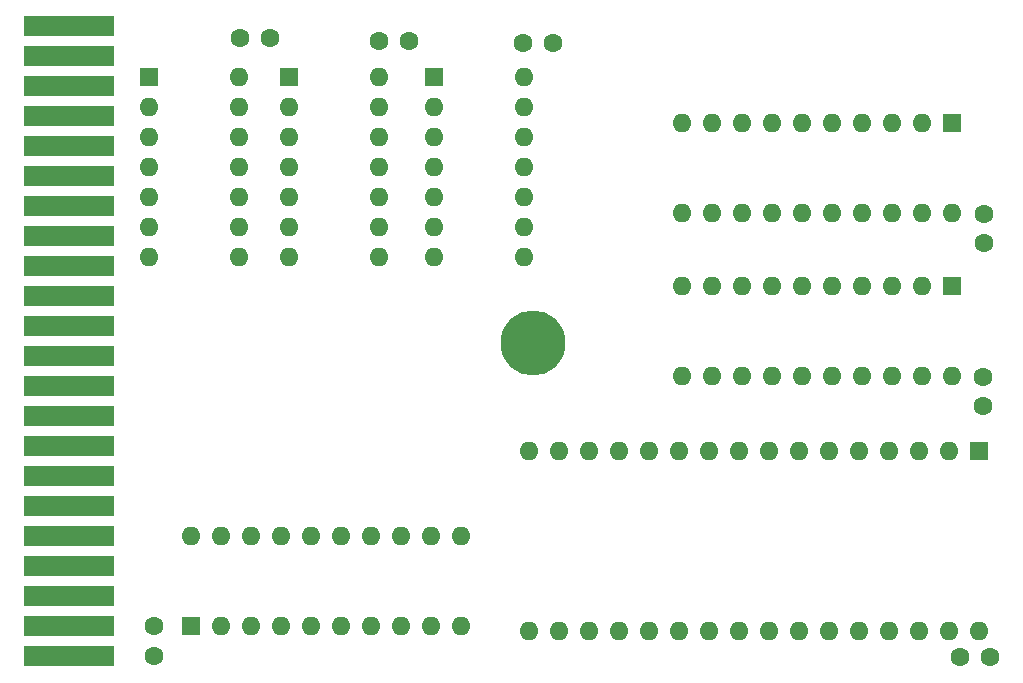
<source format=gbr>
%TF.GenerationSoftware,KiCad,Pcbnew,8.0.2*%
%TF.CreationDate,2024-05-01T18:58:11+02:00*%
%TF.ProjectId,OpenC64Cart,4f70656e-4336-4344-9361-72742e6b6963,2*%
%TF.SameCoordinates,Original*%
%TF.FileFunction,Soldermask,Top*%
%TF.FilePolarity,Negative*%
%FSLAX46Y46*%
G04 Gerber Fmt 4.6, Leading zero omitted, Abs format (unit mm)*
G04 Created by KiCad (PCBNEW 8.0.2) date 2024-05-01 18:58:11*
%MOMM*%
%LPD*%
G01*
G04 APERTURE LIST*
%ADD10R,7.620000X1.780000*%
%ADD11C,1.600000*%
%ADD12R,1.600000X1.600000*%
%ADD13O,1.600000X1.600000*%
%ADD14C,5.500000*%
G04 APERTURE END LIST*
D10*
%TO.C,CN1*%
X107430000Y-62070000D03*
X107430000Y-64610000D03*
X107430000Y-67150000D03*
X107430000Y-69690000D03*
X107430000Y-72230000D03*
X107430000Y-74770000D03*
X107430000Y-77310000D03*
X107430000Y-79850000D03*
X107430000Y-82390000D03*
X107430000Y-84930000D03*
X107430000Y-87470000D03*
X107430000Y-90010000D03*
X107430000Y-92550000D03*
X107430000Y-95090000D03*
X107430000Y-97630000D03*
X107430000Y-100170000D03*
X107430000Y-102710000D03*
X107430000Y-105250000D03*
X107430000Y-107790000D03*
X107430000Y-110330000D03*
X107430000Y-112870000D03*
X107430000Y-115410000D03*
%TD*%
D11*
%TO.C,C1*%
X184860000Y-80440000D03*
X184860000Y-77940000D03*
%TD*%
%TO.C,C7*%
X185340000Y-115500000D03*
X182840000Y-115500000D03*
%TD*%
D12*
%TO.C,SRAM1*%
X184470000Y-98045000D03*
D13*
X181930000Y-98045000D03*
X179390000Y-98045000D03*
X176850000Y-98045000D03*
X174310000Y-98045000D03*
X171770000Y-98045000D03*
X169230000Y-98045000D03*
X166690000Y-98045000D03*
X164150000Y-98045000D03*
X161610000Y-98045000D03*
X159070000Y-98045000D03*
X156530000Y-98045000D03*
X153990000Y-98045000D03*
X151450000Y-98045000D03*
X148910000Y-98045000D03*
X146370000Y-98045000D03*
X146370000Y-113285000D03*
X148910000Y-113285000D03*
X151450000Y-113285000D03*
X153990000Y-113285000D03*
X156530000Y-113285000D03*
X159070000Y-113285000D03*
X161610000Y-113285000D03*
X164150000Y-113285000D03*
X166690000Y-113285000D03*
X169230000Y-113285000D03*
X171770000Y-113285000D03*
X174310000Y-113285000D03*
X176850000Y-113285000D03*
X179390000Y-113285000D03*
X181930000Y-113285000D03*
X184470000Y-113285000D03*
%TD*%
D11*
%TO.C,C2*%
X124400000Y-63070000D03*
X121900000Y-63070000D03*
%TD*%
D12*
%TO.C,U1*%
X114210000Y-66370000D03*
D13*
X114210000Y-68910000D03*
X114210000Y-71450000D03*
X114210000Y-73990000D03*
X114210000Y-76530000D03*
X114210000Y-79070000D03*
X114210000Y-81610000D03*
X121830000Y-81610000D03*
X121830000Y-79070000D03*
X121830000Y-76530000D03*
X121830000Y-73990000D03*
X121830000Y-71450000D03*
X121830000Y-68910000D03*
X121830000Y-66370000D03*
%TD*%
D14*
%TO.C,H1*%
X146650000Y-88920000D03*
%TD*%
D12*
%TO.C,U4*%
X182150000Y-84060000D03*
D13*
X179610000Y-84060000D03*
X177070000Y-84060000D03*
X174530000Y-84060000D03*
X171990000Y-84060000D03*
X169450000Y-84060000D03*
X166910000Y-84060000D03*
X164370000Y-84060000D03*
X161830000Y-84060000D03*
X159290000Y-84060000D03*
X159290000Y-91680000D03*
X161830000Y-91680000D03*
X164370000Y-91680000D03*
X166910000Y-91680000D03*
X169450000Y-91680000D03*
X171990000Y-91680000D03*
X174530000Y-91680000D03*
X177070000Y-91680000D03*
X179610000Y-91680000D03*
X182150000Y-91680000D03*
%TD*%
D11*
%TO.C,C3*%
X114600000Y-115370000D03*
X114600000Y-112870000D03*
%TD*%
%TO.C,C4*%
X184790000Y-94230000D03*
X184790000Y-91730000D03*
%TD*%
%TO.C,C5*%
X148370000Y-63490000D03*
X145870000Y-63490000D03*
%TD*%
D12*
%TO.C,U2*%
X126060000Y-66400000D03*
D13*
X126060000Y-68940000D03*
X126060000Y-71480000D03*
X126060000Y-74020000D03*
X126060000Y-76560000D03*
X126060000Y-79100000D03*
X126060000Y-81640000D03*
X133680000Y-81640000D03*
X133680000Y-79100000D03*
X133680000Y-76560000D03*
X133680000Y-74020000D03*
X133680000Y-71480000D03*
X133680000Y-68940000D03*
X133680000Y-66400000D03*
%TD*%
D12*
%TO.C,U6*%
X117730000Y-112850000D03*
D13*
X120270000Y-112850000D03*
X122810000Y-112850000D03*
X125350000Y-112850000D03*
X127890000Y-112850000D03*
X130430000Y-112850000D03*
X132970000Y-112850000D03*
X135510000Y-112850000D03*
X138050000Y-112850000D03*
X140590000Y-112850000D03*
X140590000Y-105230000D03*
X138050000Y-105230000D03*
X135510000Y-105230000D03*
X132970000Y-105230000D03*
X130430000Y-105230000D03*
X127890000Y-105230000D03*
X125350000Y-105230000D03*
X122810000Y-105230000D03*
X120270000Y-105230000D03*
X117730000Y-105230000D03*
%TD*%
D11*
%TO.C,C6*%
X136170000Y-63360000D03*
X133670000Y-63360000D03*
%TD*%
D12*
%TO.C,U3*%
X138270000Y-66390000D03*
D13*
X138270000Y-68930000D03*
X138270000Y-71470000D03*
X138270000Y-74010000D03*
X138270000Y-76550000D03*
X138270000Y-79090000D03*
X138270000Y-81630000D03*
X145890000Y-81630000D03*
X145890000Y-79090000D03*
X145890000Y-76550000D03*
X145890000Y-74010000D03*
X145890000Y-71470000D03*
X145890000Y-68930000D03*
X145890000Y-66390000D03*
%TD*%
D12*
%TO.C,U5*%
X182190000Y-70260000D03*
D13*
X179650000Y-70260000D03*
X177110000Y-70260000D03*
X174570000Y-70260000D03*
X172030000Y-70260000D03*
X169490000Y-70260000D03*
X166950000Y-70260000D03*
X164410000Y-70260000D03*
X161870000Y-70260000D03*
X159330000Y-70260000D03*
X159330000Y-77880000D03*
X161870000Y-77880000D03*
X164410000Y-77880000D03*
X166950000Y-77880000D03*
X169490000Y-77880000D03*
X172030000Y-77880000D03*
X174570000Y-77880000D03*
X177110000Y-77880000D03*
X179650000Y-77880000D03*
X182190000Y-77880000D03*
%TD*%
M02*

</source>
